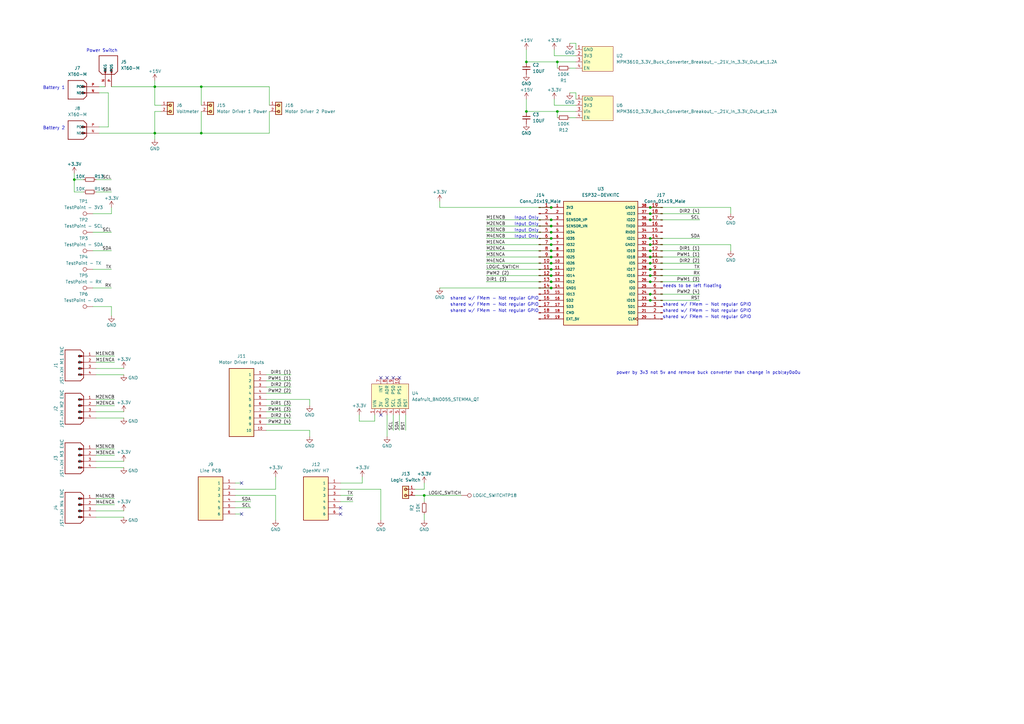
<source format=kicad_sch>
(kicad_sch (version 20211123) (generator eeschema)
  (paper "A3")
  (lib_symbols
    (symbol "5mm Pitch 2-Pin Screw Terminal Block:691137710002" (pin_names (offset 1.016))
      (property "Reference" "J" (at -4.88 -0.922 0))
      (property "Value" "691137710002" (at -4.83 -2.58 0))
      (symbol "691137710002_0_0"
        (rectangle (start -3.81 -2.54) (end 1.27 0) (stroke (width 0.254)) (fill (type background)))
        (circle (center -2.54 -1.27) (radius 0.508) (stroke (width 0.254)))
        (circle (center 0 -1.27) (radius 0.508) (stroke (width 0.254)))
        (polyline (pts (xy -2.54 -1.778) (xy -2.54 -2.54)) (stroke (width 0.254)))
        (polyline (pts (xy -2.286 -1.016) (xy -2.794 -1.524)) (stroke (width 0.1524)))
        (polyline (pts (xy 0 -1.778) (xy 0 -2.54)) (stroke (width 0.254)))
        (polyline (pts (xy 0.254 -1.016) (xy -0.254 -1.524)) (stroke (width 0.1524)))
        (pin passive line (at -2.54 -5.08 90) (length 2.54) (name "~") (number "1"))
        (pin passive line (at 0 -5.08 90) (length 2.54) (name "~") (number "2"))
      )
    )
    (symbol "Adafruit BNO055 STEMMA QT:Adafruit_BNO055_STEMMA_QT"
      (property "Reference" "U" (at -12.7 0 90))
      (property "Value" "Adafruit_BNO055_STEMMA_QT" (at -10.16 0 90))
      (symbol "Adafruit_BNO055_STEMMA_QT_0_1"
        (rectangle (start -7.62 5.08) (end 7.62 -5.08) (fill (type background)))
      )
      (symbol "Adafruit_BNO055_STEMMA_QT_1_1"
        (pin input line (at -6.35 -7.62 90) (length 2.54) (name "VIN") (number "1"))
        (pin input line (at 3.81 7.62 270) (length 2.54) (name "PS1") (number "10"))
        (pin input line (at -3.81 -7.62 90) (length 2.54) (name "3V") (number "2"))
        (pin input line (at -1.27 -7.62 90) (length 2.54) (name "GND") (number "3"))
        (pin input line (at 1.27 -7.62 90) (length 2.54) (name "SCL") (number "4"))
        (pin input line (at 3.81 -7.62 90) (length 2.54) (name "SDA") (number "5"))
        (pin input line (at 6.35 -7.62 90) (length 2.54) (name "RST") (number "6"))
        (pin input line (at -3.81 7.62 270) (length 2.54) (name "INT") (number "7"))
        (pin input line (at -1.27 7.62 270) (length 2.54) (name "ADR") (number "8"))
        (pin input line (at 1.27 7.62 270) (length 2.54) (name "PS0") (number "9"))
      )
    )
    (symbol "B4B-XH-A_LF__SN_:B4B-XH-A(LF)(SN)" (pin_names (offset 1.016))
      (property "Reference" "J" (at 0 8.89 0))
      (property "Value" "B4B-XH-A(LF)(SN)" (at 0 -7.62 0))
      (symbol "B4B-XH-A(LF)(SN)_0_0"
        (polyline (pts (xy 0 -3.81) (xy 1.27 -5.08)) (stroke (width 0.254)))
        (polyline (pts (xy 0 -2.54) (xy 1.905 -2.54)) (stroke (width 0.254)))
        (polyline (pts (xy 0 0) (xy 1.905 0)) (stroke (width 0.254)))
        (polyline (pts (xy 0 2.54) (xy 1.905 2.54)) (stroke (width 0.254)))
        (polyline (pts (xy 0 5.08) (xy 0 -3.81)) (stroke (width 0.254)))
        (polyline (pts (xy 0 5.08) (xy 1.905 5.08)) (stroke (width 0.254)))
        (polyline (pts (xy 0 6.35) (xy 0 5.08)) (stroke (width 0.254)))
        (polyline (pts (xy 0 6.35) (xy 1.27 7.62)) (stroke (width 0.254)))
        (polyline (pts (xy 1.27 -5.08) (xy 7.62 -5.08)) (stroke (width 0.254)))
        (polyline (pts (xy 7.62 -5.08) (xy 7.62 7.62)) (stroke (width 0.254)))
        (polyline (pts (xy 7.62 7.62) (xy 1.27 7.62)) (stroke (width 0.254)))
        (rectangle (start 0.635 -2.8575) (end 2.2225 -2.2225) (stroke (width 0.1)) (fill (type outline)))
        (rectangle (start 0.635 -0.3175) (end 2.2225 0.3175) (stroke (width 0.1)) (fill (type outline)))
        (rectangle (start 0.635 2.2225) (end 2.2225 2.8575) (stroke (width 0.1)) (fill (type outline)))
        (rectangle (start 0.635 4.7625) (end 2.2225 5.3975) (stroke (width 0.1)) (fill (type outline)))
        (pin passive line (at -5.08 5.08 0) (length 5.08) (name "1") (number "1"))
        (pin passive line (at -5.08 2.54 0) (length 5.08) (name "2") (number "2"))
        (pin passive line (at -5.08 0 0) (length 5.08) (name "3") (number "3"))
        (pin passive line (at -5.08 -2.54 0) (length 5.08) (name "4") (number "4"))
      )
    )
    (symbol "Box IDC header 2x3:2-1761679-1" (pin_names (offset 1.016))
      (property "Reference" "J" (at -5.58 10.16 0))
      (property "Value" "2-1761679-1" (at -5.08 -10.16 0))
      (symbol "2-1761679-1_0_0"
        (rectangle (start -5.08 -7.62) (end 5.08 10.16) (stroke (width 0.254)) (fill (type background)))
        (pin passive line (at -10.16 7.62 0) (length 5.08) (name "1") (number "1"))
        (pin passive line (at -10.16 5.08 0) (length 5.08) (name "2") (number "2"))
        (pin passive line (at -10.16 2.54 0) (length 5.08) (name "3") (number "3"))
        (pin passive line (at -10.16 0 0) (length 5.08) (name "4") (number "4"))
        (pin passive line (at -10.16 -2.54 0) (length 5.08) (name "5") (number "5"))
        (pin passive line (at -10.16 -5.08 0) (length 5.08) (name "6") (number "6"))
      )
    )
    (symbol "Box IDC header 2x5:2-1761603-3" (pin_names (offset 1.016))
      (property "Reference" "J" (at -5.58 15.24 0))
      (property "Value" "2-1761603-3" (at -5.08 -15.24 0))
      (symbol "2-1761603-3_0_0"
        (rectangle (start -5.08 -12.7) (end 5.08 15.24) (stroke (width 0.254)) (fill (type background)))
        (pin passive line (at -10.16 12.7 0) (length 5.08) (name "1") (number "1"))
        (pin passive line (at -10.16 -10.16 0) (length 5.08) (name "10") (number "10"))
        (pin passive line (at -10.16 10.16 0) (length 5.08) (name "2") (number "2"))
        (pin passive line (at -10.16 7.62 0) (length 5.08) (name "3") (number "3"))
        (pin passive line (at -10.16 5.08 0) (length 5.08) (name "4") (number "4"))
        (pin passive line (at -10.16 2.54 0) (length 5.08) (name "5") (number "5"))
        (pin passive line (at -10.16 0 0) (length 5.08) (name "6") (number "6"))
        (pin passive line (at -10.16 -2.54 0) (length 5.08) (name "7") (number "7"))
        (pin passive line (at -10.16 -5.08 0) (length 5.08) (name "8") (number "8"))
        (pin passive line (at -10.16 -7.62 0) (length 5.08) (name "9") (number "9"))
      )
    )
    (symbol "Connector:Conn_01x19_Male" (pin_names (offset 1.016) hide)
      (property "Reference" "J" (at 0 25.4 0))
      (property "Value" "Conn_01x19_Male" (at 0 -25.4 0))
      (symbol "Conn_01x19_Male_1_1"
        (polyline (pts (xy 1.27 -22.86) (xy 0.8636 -22.86)) (stroke (width 0.1524)))
        (polyline (pts (xy 1.27 -20.32) (xy 0.8636 -20.32)) (stroke (width 0.1524)))
        (polyline (pts (xy 1.27 -17.78) (xy 0.8636 -17.78)) (stroke (width 0.1524)))
        (polyline (pts (xy 1.27 -15.24) (xy 0.8636 -15.24)) (stroke (width 0.1524)))
        (polyline (pts (xy 1.27 -12.7) (xy 0.8636 -12.7)) (stroke (width 0.1524)))
        (polyline (pts (xy 1.27 -10.16) (xy 0.8636 -10.16)) (stroke (width 0.1524)))
        (polyline (pts (xy 1.27 -7.62) (xy 0.8636 -7.62)) (stroke (width 0.1524)))
        (polyline (pts (xy 1.27 -5.08) (xy 0.8636 -5.08)) (stroke (width 0.1524)))
        (polyline (pts (xy 1.27 -2.54) (xy 0.8636 -2.54)) (stroke (width 0.1524)))
        (polyline (pts (xy 1.27 0) (xy 0.8636 0)) (stroke (width 0.1524)))
        (polyline (pts (xy 1.27 2.54) (xy 0.8636 2.54)) (stroke (width 0.1524)))
        (polyline (pts (xy 1.27 5.08) (xy 0.8636 5.08)) (stroke (width 0.1524)))
        (polyline (pts (xy 1.27 7.62) (xy 0.8636 7.62)) (stroke (width 0.1524)))
        (polyline (pts (xy 1.27 10.16) (xy 0.8636 10.16)) (stroke (width 0.1524)))
        (polyline (pts (xy 1.27 12.7) (xy 0.8636 12.7)) (stroke (width 0.1524)))
        (polyline (pts (xy 1.27 15.24) (xy 0.8636 15.24)) (stroke (width 0.1524)))
        (polyline (pts (xy 1.27 17.78) (xy 0.8636 17.78)) (stroke (width 0.1524)))
        (polyline (pts (xy 1.27 20.32) (xy 0.8636 20.32)) (stroke (width 0.1524)))
        (polyline (pts (xy 1.27 22.86) (xy 0.8636 22.86)) (stroke (width 0.1524)))
        (rectangle (start 0.8636 -22.733) (end 0 -22.987) (stroke (width 0.1524)) (fill (type outline)))
        (rectangle (start 0.8636 -20.193) (end 0 -20.447) (stroke (width 0.1524)) (fill (type outline)))
        (rectangle (start 0.8636 -17.653) (end 0 -17.907) (stroke (width 0.1524)) (fill (type outline)))
        (rectangle (start 0.8636 -15.113) (end 0 -15.367) (stroke (width 0.1524)) (fill (type outline)))
        (rectangle (start 0.8636 -12.573) (end 0 -12.827) (stroke (width 0.1524)) (fill (type outline)))
        (rectangle (start 0.8636 -10.033) (end 0 -10.287) (stroke (width 0.1524)) (fill (type outline)))
        (rectangle (start 0.8636 -7.493) (end 0 -7.747) (stroke (width 0.1524)) (fill (type outline)))
        (rectangle (start 0.8636 -4.953) (end 0 -5.207) (stroke (width 0.1524)) (fill (type outline)))
        (rectangle (start 0.8636 -2.413) (end 0 -2.667) (stroke (width 0.1524)) (fill (type outline)))
        (rectangle (start 0.8636 0.127) (end 0 -0.127) (stroke (width 0.1524)) (fill (type outline)))
        (rectangle (start 0.8636 2.667) (end 0 2.413) (stroke (width 0.1524)) (fill (type outline)))
        (rectangle (start 0.8636 5.207) (end 0 4.953) (stroke (width 0.1524)) (fill (type outline)))
        (rectangle (start 0.8636 7.747) (end 0 7.493) (stroke (width 0.1524)) (fill (type outline)))
        (rectangle (start 0.8636 10.287) (end 0 10.033) (stroke (width 0.1524)) (fill (type outline)))
        (rectangle (start 0.8636 12.827) (end 0 12.573) (stroke (width 0.1524)) (fill (type outline)))
        (rectangle (start 0.8636 15.367) (end 0 15.113) (stroke (width 0.1524)) (fill (type outline)))
        (rectangle (start 0.8636 17.907) (end 0 17.653) (stroke (width 0.1524)) (fill (type outline)))
        (rectangle (start 0.8636 20.447) (end 0 20.193) (stroke (width 0.1524)) (fill (type outline)))
        (rectangle (start 0.8636 22.987) (end 0 22.733) (stroke (width 0.1524)) (fill (type outline)))
        (pin passive line (at 5.08 22.86 180) (length 3.81) (name "Pin_1") (number "1"))
        (pin passive line (at 5.08 0 180) (length 3.81) (name "Pin_10") (number "10"))
        (pin passive line (at 5.08 -2.54 180) (length 3.81) (name "Pin_11") (number "11"))
        (pin passive line (at 5.08 -5.08 180) (length 3.81) (name "Pin_12") (number "12"))
        (pin passive line (at 5.08 -7.62 180) (length 3.81) (name "Pin_13") (number "13"))
        (pin passive line (at 5.08 -10.16 180) (length 3.81) (name "Pin_14") (number "14"))
        (pin passive line (at 5.08 -12.7 180) (length 3.81) (name "Pin_15") (number "15"))
        (pin passive line (at 5.08 -15.24 180) (length 3.81) (name "Pin_16") (number "16"))
        (pin passive line (at 5.08 -17.78 180) (length 3.81) (name "Pin_17") (number "17"))
        (pin passive line (at 5.08 -20.32 180) (length 3.81) (name "Pin_18") (number "18"))
        (pin passive line (at 5.08 -22.86 180) (length 3.81) (name "Pin_19") (number "19"))
        (pin passive line (at 5.08 20.32 180) (length 3.81) (name "Pin_2") (number "2"))
        (pin passive line (at 5.08 17.78 180) (length 3.81) (name "Pin_3") (number "3"))
        (pin passive line (at 5.08 15.24 180) (length 3.81) (name "Pin_4") (number "4"))
        (pin passive line (at 5.08 12.7 180) (length 3.81) (name "Pin_5") (number "5"))
        (pin passive line (at 5.08 10.16 180) (length 3.81) (name "Pin_6") (number "6"))
        (pin passive line (at 5.08 7.62 180) (length 3.81) (name "Pin_7") (number "7"))
        (pin passive line (at 5.08 5.08 180) (length 3.81) (name "Pin_8") (number "8"))
        (pin passive line (at 5.08 2.54 180) (length 3.81) (name "Pin_9") (number "9"))
      )
    )
    (symbol "Connector:TestPoint" (pin_numbers hide) (pin_names (offset 0.762) hide)
      (property "Reference" "TP" (at 0 6.858 0))
      (property "Value" "TestPoint" (at 0 5.08 0))
      (symbol "TestPoint_0_1"
        (circle (center 0 3.302) (radius 0.762))
      )
      (symbol "TestPoint_1_1"
        (pin passive line (at 0 0 90) (length 2.54) (name "1") (number "1"))
      )
    )
    (symbol "Device:C_Small" (pin_numbers hide) (pin_names (offset 0.254) hide)
      (property "Reference" "C" (at 0.254 1.778 0))
      (property "Value" "C_Small" (at 0.254 -2.032 0))
      (symbol "C_Small_0_1"
        (polyline (pts (xy -1.524 -0.508) (xy 1.524 -0.508)) (stroke (width 0.3302)))
        (polyline (pts (xy -1.524 0.508) (xy 1.524 0.508)) (stroke (width 0.3048)))
      )
      (symbol "C_Small_1_1"
        (pin passive line (at 0 2.54 270) (length 2.032) (name "~") (number "1"))
        (pin passive line (at 0 -2.54 90) (length 2.032) (name "~") (number "2"))
      )
    )
    (symbol "Device:R_Small" (pin_numbers hide) (pin_names (offset 0.254) hide)
      (property "Reference" "R" (at 0.762 0.508 0))
      (property "Value" "R_Small" (at 0.762 -1.016 0))
      (symbol "R_Small_0_1"
        (rectangle (start -0.762 1.778) (end 0.762 -1.778) (stroke (width 0.2032)))
      )
      (symbol "R_Small_1_1"
        (pin passive line (at 0 2.54 270) (length 0.762) (name "~") (number "1"))
        (pin passive line (at 0 -2.54 90) (length 0.762) (name "~") (number "2"))
      )
    )
    (symbol "ESP32-DEVKITC:ESP32-DEVKITC" (pin_names (offset 1.016))
      (property "Reference" "U" (at -15.2572 26.0643 0))
      (property "Value" "ESP32-DEVKITC" (at -15.2563 -27.9698 0))
      (symbol "ESP32-DEVKITC_0_0"
        (rectangle (start -15.24 -25.4) (end 15.24 25.4) (stroke (width 0.254)) (fill (type background)))
        (pin power_in line (at -20.32 22.86 0) (length 5.08) (name "3V3") (number "1"))
        (pin bidirectional line (at -20.32 0 0) (length 5.08) (name "IO26") (number "10"))
        (pin bidirectional line (at -20.32 -2.54 0) (length 5.08) (name "IO27") (number "11"))
        (pin bidirectional line (at -20.32 -5.08 0) (length 5.08) (name "IO14") (number "12"))
        (pin bidirectional line (at -20.32 -7.62 0) (length 5.08) (name "IO12") (number "13"))
        (pin power_in line (at -20.32 -10.16 0) (length 5.08) (name "GND1") (number "14"))
        (pin bidirectional line (at -20.32 -12.7 0) (length 5.08) (name "IO13") (number "15"))
        (pin bidirectional line (at -20.32 -15.24 0) (length 5.08) (name "SD2") (number "16"))
        (pin bidirectional line (at -20.32 -17.78 0) (length 5.08) (name "SD3") (number "17"))
        (pin bidirectional line (at -20.32 -20.32 0) (length 5.08) (name "CMD") (number "18"))
        (pin power_in line (at -20.32 -22.86 0) (length 5.08) (name "EXT_5V") (number "19"))
        (pin input line (at -20.32 20.32 0) (length 5.08) (name "EN") (number "2"))
        (pin input clock (at 20.32 -22.86 180) (length 5.08) (name "CLK") (number "20"))
        (pin bidirectional line (at 20.32 -20.32 180) (length 5.08) (name "SD0") (number "21"))
        (pin bidirectional line (at 20.32 -17.78 180) (length 5.08) (name "SD1") (number "22"))
        (pin bidirectional line (at 20.32 -15.24 180) (length 5.08) (name "IO15") (number "23"))
        (pin bidirectional line (at 20.32 -12.7 180) (length 5.08) (name "IO2") (number "24"))
        (pin bidirectional line (at 20.32 -10.16 180) (length 5.08) (name "IO0") (number "25"))
        (pin bidirectional line (at 20.32 -7.62 180) (length 5.08) (name "IO4") (number "26"))
        (pin bidirectional line (at 20.32 -5.08 180) (length 5.08) (name "IO16") (number "27"))
        (pin bidirectional line (at 20.32 -2.54 180) (length 5.08) (name "IO17") (number "28"))
        (pin bidirectional line (at 20.32 0 180) (length 5.08) (name "IO5") (number "29"))
        (pin input line (at -20.32 17.78 0) (length 5.08) (name "SENSOR_VP") (number "3"))
        (pin bidirectional line (at 20.32 2.54 180) (length 5.08) (name "IO18") (number "30"))
        (pin bidirectional line (at 20.32 5.08 180) (length 5.08) (name "IO19") (number "31"))
        (pin power_in line (at 20.32 7.62 180) (length 5.08) (name "GND2") (number "32"))
        (pin bidirectional line (at 20.32 10.16 180) (length 5.08) (name "IO21") (number "33"))
        (pin input line (at 20.32 12.7 180) (length 5.08) (name "RXD0") (number "34"))
        (pin output line (at 20.32 15.24 180) (length 5.08) (name "TXD0") (number "35"))
        (pin bidirectional line (at 20.32 17.78 180) (length 5.08) (name "IO22") (number "36"))
        (pin bidirectional line (at 20.32 20.32 180) (length 5.08) (name "IO23") (number "37"))
        (pin power_in line (at 20.32 22.86 180) (length 5.08) (name "GND3") (number "38"))
        (pin input line (at -20.32 15.24 0) (length 5.08) (name "SENSOR_VN") (number "4"))
        (pin bidirectional line (at -20.32 12.7 0) (length 5.08) (name "IO34") (number "5"))
        (pin bidirectional line (at -20.32 10.16 0) (length 5.08) (name "IO35") (number "6"))
        (pin bidirectional line (at -20.32 7.62 0) (length 5.08) (name "IO32") (number "7"))
        (pin bidirectional line (at -20.32 5.08 0) (length 5.08) (name "IO33") (number "8"))
        (pin bidirectional line (at -20.32 2.54 0) (length 5.08) (name "IO25") (number "9"))
      )
    )
    (symbol "MPM3610_3.3V_Buck_Converter_Breakout_-_21V_In_3.3V_Out_at_1.2A_1"
      (property "Reference" "U" (at 0 7.62 0))
      (property "Value" "MPM3610_3.3V_Buck_Converter_Breakout_-_21V_In_3.3V_Out_at_1.2A_1" (at 0 5.08 0))
      (symbol "MPM3610_3.3V_Buck_Converter_Breakout_-_21V_In_3.3V_Out_at_1.2A_1_0_1"
        (rectangle (start -5.08 3.81) (end 5.08 -8.89) (fill (type background)))
      )
      (symbol "MPM3610_3.3V_Buck_Converter_Breakout_-_21V_In_3.3V_Out_at_1.2A_1_1_1"
        (pin output line (at -3.81 -11.43 90) (length 2.54) (name "GND") (number "1"))
        (pin output line (at -1.27 -11.43 90) (length 2.54) (name "3V3") (number "2"))
        (pin input line (at 1.27 -11.43 90) (length 2.54) (name "Vin") (number "3"))
        (pin input line (at 3.81 -11.43 90) (length 2.54) (name "EN") (number "4"))
      )
    )
    (symbol "XT60-M:XT60-M" (pin_names (offset 1.016))
      (property "Reference" "J" (at 0 6.35 0))
      (property "Value" "XT60-M" (at 0 -5.08 0))
      (symbol "XT60-M_0_0"
        (polyline (pts (xy 0 -1.27) (xy 1.27 -2.54)) (stroke (width 0.254)))
        (polyline (pts (xy 0 0) (xy 1.905 0)) (stroke (width 0.254)))
        (polyline (pts (xy 0 2.54) (xy 0 -1.27)) (stroke (width 0.254)))
        (polyline (pts (xy 0 2.54) (xy 1.905 2.54)) (stroke (width 0.254)))
        (polyline (pts (xy 0 3.81) (xy 0 2.54)) (stroke (width 0.254)))
        (polyline (pts (xy 0 3.81) (xy 1.27 5.08)) (stroke (width 0.254)))
        (polyline (pts (xy 1.27 -2.54) (xy 7.62 -2.54)) (stroke (width 0.254)))
        (polyline (pts (xy 7.62 -2.54) (xy 7.62 5.08)) (stroke (width 0.254)))
        (polyline (pts (xy 7.62 5.08) (xy 1.27 5.08)) (stroke (width 0.254)))
        (rectangle (start 0.635 -0.3175) (end 2.2225 0.3175) (stroke (width 0.1)) (fill (type outline)))
        (rectangle (start 0.635 2.2225) (end 2.2225 2.8575) (stroke (width 0.1)) (fill (type outline)))
        (pin passive line (at -5.08 0 0) (length 5.08) (name "NEG") (number "N"))
        (pin passive line (at -5.08 2.54 0) (length 5.08) (name "POS") (number "P"))
      )
    )
    (symbol "power:+15V" (power) (pin_names (offset 0))
      (property "Value" "+15V" (at 0 3.556 0))
      (symbol "+15V_0_1"
        (polyline (pts (xy -0.762 1.27) (xy 0 2.54)))
        (polyline (pts (xy 0 0) (xy 0 2.54)))
        (polyline (pts (xy 0 2.54) (xy 0.762 1.27)))
      )
      (symbol "+15V_1_1"
        (pin power_in line (at 0 0 90) (length 0) hide (name "+15V") (number "1"))
      )
    )
    (symbol "power:+3.3V" (power) (pin_names (offset 0))
      (property "Value" "+3.3V" (at 0 3.556 0))
      (symbol "+3.3V_0_1"
        (polyline (pts (xy -0.762 1.27) (xy 0 2.54)))
        (polyline (pts (xy 0 0) (xy 0 2.54)))
        (polyline (pts (xy 0 2.54) (xy 0.762 1.27)))
      )
      (symbol "+3.3V_1_1"
        (pin power_in line (at 0 0 90) (length 0) hide (name "+3.3V") (number "1"))
      )
    )
    (symbol "power:GND" (power) (pin_names (offset 0))
      (property "Value" "GND" (at 0 -3.81 0))
      (symbol "GND_0_1"
        (polyline (pts (xy 0 0) (xy 0 -1.27) (xy 1.27 -1.27) (xy 0 -2.54) (xy -1.27 -1.27) (xy 0 -1.27)))
      )
      (symbol "GND_1_1"
        (pin power_in line (at 0 0 270) (length 0) hide (name "GND") (number "1"))
      )
    )
  )
  (junction (at 173.99 203.2))
  (junction (at 266.7 110.49))
  (junction (at 226.06 105.41))
  (junction (at 82.55 35.56))
  (junction (at 226.06 113.03))
  (junction (at 226.06 85.09))
  (junction (at 226.06 107.95))
  (junction (at 226.06 92.71))
  (junction (at 226.06 115.57))
  (junction (at 226.06 110.49))
  (junction (at 226.06 90.17))
  (junction (at 266.7 85.09))
  (junction (at 226.06 118.11))
  (junction (at 226.06 102.87))
  (junction (at 226.06 97.79))
  (junction (at 266.7 102.87))
  (junction (at 266.7 90.17))
  (junction (at 82.55 54.61))
  (junction (at 266.7 120.65))
  (junction (at 63.5 54.61))
  (junction (at 228.6 45.72))
  (junction (at 266.7 87.63))
  (junction (at 266.7 100.33))
  (junction (at 63.5 35.56))
  (junction (at 30.48 73.66))
  (junction (at 215.9 45.72))
  (junction (at 226.06 100.33))
  (junction (at 215.9 25.4))
  (junction (at 266.7 123.19))
  (junction (at 266.7 105.41))
  (junction (at 266.7 107.95))
  (junction (at 228.6 25.4))
  (junction (at 266.7 115.57))
  (junction (at 226.06 95.25))
  (junction (at 266.7 97.79))
  (junction (at 266.7 113.03))
  (no_connect (at 99.06 210.82))
  (no_connect (at 158.75 154.94))
  (no_connect (at 139.7 210.82))
  (no_connect (at 163.83 154.94))
  (no_connect (at 156.21 154.94))
  (no_connect (at 161.29 154.94))
  (no_connect (at 139.7 208.28))
  (no_connect (at 99.06 198.12))
  (no_connect (at 156.21 170.18))
  (wire (pts (xy 226.06 115.57) (xy 199.39 115.57)))
  (wire (pts (xy 63.5 54.61) (xy 82.55 54.61)))
  (wire (pts (xy 299.72 100.33) (xy 299.72 102.87)))
  (wire (pts (xy 82.55 35.56) (xy 82.55 43.18)))
  (wire (pts (xy 109.22 171.45) (xy 119.38 171.45)))
  (wire (pts (xy 39.37 184.15) (xy 46.99 184.15)))
  (wire (pts (xy 236.22 25.4) (xy 228.6 25.4)))
  (wire (pts (xy 266.7 115.57) (xy 287.02 115.57)))
  (wire (pts (xy 39.37 166.37) (xy 46.99 166.37)))
  (wire (pts (xy 109.22 153.67) (xy 119.38 153.67)))
  (wire (pts (xy 266.7 85.09) (xy 299.72 85.09)))
  (wire (pts (xy 153.67 172.72) (xy 147.32 172.72)))
  (wire (pts (xy 180.34 85.09) (xy 226.06 85.09)))
  (wire (pts (xy 266.7 105.41) (xy 287.02 105.41)))
  (wire (pts (xy 96.52 205.74) (xy 102.87 205.74)))
  (wire (pts (xy 39.37 163.83) (xy 46.99 163.83)))
  (wire (pts (xy 199.39 107.95) (xy 226.06 107.95)))
  (wire (pts (xy 233.68 38.1) (xy 236.22 38.1)))
  (wire (pts (xy 63.5 43.18) (xy 66.04 43.18)))
  (wire (pts (xy 38.1 95.25) (xy 45.72 95.25)))
  (wire (pts (xy 148.59 195.58) (xy 148.59 198.12)))
  (wire (pts (xy 44.45 38.1) (xy 44.45 52.07)))
  (wire (pts (xy 63.5 33.02) (xy 63.5 35.56)))
  (wire (pts (xy 109.22 173.99) (xy 119.38 173.99)))
  (wire (pts (xy 30.48 71.12) (xy 30.48 73.66)))
  (wire (pts (xy 266.7 120.65) (xy 287.02 120.65)))
  (wire (pts (xy 161.29 176.53) (xy 161.29 170.18)))
  (wire (pts (xy 40.64 54.61) (xy 63.5 54.61)))
  (wire (pts (xy 170.18 200.66) (xy 173.99 200.66)))
  (wire (pts (xy 109.22 168.91) (xy 119.38 168.91)))
  (wire (pts (xy 156.21 213.36) (xy 156.21 200.66)))
  (wire (pts (xy 236.22 20.32) (xy 236.22 17.78)))
  (wire (pts (xy 39.37 73.66) (xy 45.72 73.66)))
  (wire (pts (xy 109.22 163.83) (xy 127 163.83)))
  (wire (pts (xy 228.6 25.4) (xy 228.6 27.94)))
  (wire (pts (xy 39.37 148.59) (xy 46.99 148.59)))
  (wire (pts (xy 38.1 102.87) (xy 45.72 102.87)))
  (wire (pts (xy 82.55 54.61) (xy 110.49 54.61)))
  (wire (pts (xy 96.52 200.66) (xy 113.03 200.66)))
  (wire (pts (xy 44.45 52.07) (xy 40.64 52.07)))
  (wire (pts (xy 266.7 107.95) (xy 287.02 107.95)))
  (wire (pts (xy 180.34 82.55) (xy 180.34 85.09)))
  (wire (pts (xy 40.64 35.56) (xy 43.18 35.56)))
  (wire (pts (xy 113.03 195.58) (xy 113.03 200.66)))
  (wire (pts (xy 39.37 212.09) (xy 50.8 212.09)))
  (wire (pts (xy 39.37 153.67) (xy 50.8 153.67)))
  (wire (pts (xy 199.39 90.17) (xy 226.06 90.17)))
  (wire (pts (xy 147.32 170.18) (xy 147.32 172.72)))
  (wire (pts (xy 38.1 125.73) (xy 45.72 125.73)))
  (wire (pts (xy 39.37 146.05) (xy 46.99 146.05)))
  (wire (pts (xy 163.83 176.53) (xy 163.83 170.18)))
  (wire (pts (xy 34.29 78.74) (xy 30.48 78.74)))
  (wire (pts (xy 109.22 161.29) (xy 119.38 161.29)))
  (wire (pts (xy 215.9 45.72) (xy 228.6 45.72)))
  (wire (pts (xy 39.37 189.23) (xy 50.8 189.23)))
  (wire (pts (xy 96.52 203.2) (xy 113.03 203.2)))
  (wire (pts (xy 39.37 204.47) (xy 46.99 204.47)))
  (wire (pts (xy 139.7 200.66) (xy 156.21 200.66)))
  (wire (pts (xy 110.49 35.56) (xy 110.49 43.18)))
  (wire (pts (xy 215.9 25.4) (xy 228.6 25.4)))
  (wire (pts (xy 139.7 205.74) (xy 144.78 205.74)))
  (wire (pts (xy 227.33 43.18) (xy 236.22 43.18)))
  (wire (pts (xy 227.33 20.32) (xy 227.33 22.86)))
  (wire (pts (xy 38.1 118.11) (xy 45.72 118.11)))
  (wire (pts (xy 266.7 102.87) (xy 287.02 102.87)))
  (wire (pts (xy 266.7 100.33) (xy 299.72 100.33)))
  (wire (pts (xy 109.22 166.37) (xy 119.38 166.37)))
  (wire (pts (xy 45.72 35.56) (xy 63.5 35.56)))
  (wire (pts (xy 63.5 57.15) (xy 63.5 54.61)))
  (wire (pts (xy 299.72 85.09) (xy 299.72 87.63)))
  (wire (pts (xy 63.5 45.72) (xy 66.04 45.72)))
  (wire (pts (xy 39.37 209.55) (xy 50.8 209.55)))
  (wire (pts (xy 199.39 97.79) (xy 226.06 97.79)))
  (wire (pts (xy 38.1 87.63) (xy 45.72 87.63)))
  (wire (pts (xy 39.37 78.74) (xy 45.72 78.74)))
  (wire (pts (xy 226.06 113.03) (xy 199.39 113.03)))
  (wire (pts (xy 233.68 48.26) (xy 236.22 48.26)))
  (wire (pts (xy 215.9 20.32) (xy 215.9 25.4)))
  (wire (pts (xy 82.55 35.56) (xy 110.49 35.56)))
  (wire (pts (xy 166.37 176.53) (xy 166.37 170.18)))
  (wire (pts (xy 127 179.07) (xy 127 176.53)))
  (wire (pts (xy 199.39 110.49) (xy 226.06 110.49)))
  (wire (pts (xy 215.9 40.64) (xy 215.9 45.72)))
  (wire (pts (xy 63.5 35.56) (xy 82.55 35.56)))
  (wire (pts (xy 34.29 73.66) (xy 30.48 73.66)))
  (wire (pts (xy 173.99 203.2) (xy 189.23 203.2)))
  (wire (pts (xy 227.33 22.86) (xy 236.22 22.86)))
  (wire (pts (xy 39.37 151.13) (xy 50.8 151.13)))
  (wire (pts (xy 82.55 54.61) (xy 82.55 45.72)))
  (wire (pts (xy 113.03 213.36) (xy 113.03 203.2)))
  (wire (pts (xy 39.37 191.77) (xy 50.8 191.77)))
  (wire (pts (xy 228.6 45.72) (xy 228.6 48.26)))
  (wire (pts (xy 45.72 87.63) (xy 45.72 85.09)))
  (wire (pts (xy 170.18 203.2) (xy 173.99 203.2)))
  (wire (pts (xy 38.1 110.49) (xy 45.72 110.49)))
  (wire (pts (xy 153.67 170.18) (xy 153.67 172.72)))
  (wire (pts (xy 266.7 90.17) (xy 287.02 90.17)))
  (wire (pts (xy 236.22 45.72) (xy 228.6 45.72)))
  (wire (pts (xy 30.48 78.74) (xy 30.48 73.66)))
  (wire (pts (xy 199.39 95.25) (xy 226.06 95.25)))
  (wire (pts (xy 63.5 45.72) (xy 63.5 54.61)))
  (wire (pts (xy 266.7 113.03) (xy 287.02 113.03)))
  (wire (pts (xy 109.22 156.21) (xy 119.38 156.21)))
  (wire (pts (xy 39.37 186.69) (xy 46.99 186.69)))
  (wire (pts (xy 139.7 203.2) (xy 144.78 203.2)))
  (wire (pts (xy 40.64 38.1) (xy 44.45 38.1)))
  (wire (pts (xy 227.33 40.64) (xy 227.33 43.18)))
  (wire (pts (xy 109.22 158.75) (xy 119.38 158.75)))
  (wire (pts (xy 127 176.53) (xy 109.22 176.53)))
  (wire (pts (xy 266.7 97.79) (xy 287.02 97.79)))
  (wire (pts (xy 139.7 198.12) (xy 148.59 198.12)))
  (wire (pts (xy 173.99 203.2) (xy 173.99 205.74)))
  (wire (pts (xy 158.75 170.18) (xy 158.75 179.07)))
  (wire (pts (xy 233.68 27.94) (xy 236.22 27.94)))
  (wire (pts (xy 226.06 92.71) (xy 199.39 92.71)))
  (wire (pts (xy 266.7 123.19) (xy 287.02 123.19)))
  (wire (pts (xy 199.39 100.33) (xy 226.06 100.33)))
  (wire (pts (xy 180.34 118.11) (xy 226.06 118.11)))
  (wire (pts (xy 173.99 210.82) (xy 173.99 213.36)))
  (wire (pts (xy 236.22 40.64) (xy 236.22 38.1)))
  (wire (pts (xy 96.52 208.28) (xy 102.87 208.28)))
  (wire (pts (xy 96.52 210.82) (xy 99.06 210.82)))
  (wire (pts (xy 266.7 87.63) (xy 287.02 87.63)))
  (wire (pts (xy 63.5 35.56) (xy 63.5 43.18)))
  (wire (pts (xy 173.99 200.66) (xy 173.99 198.12)))
  (wire (pts (xy 45.72 125.73) (xy 45.72 129.54)))
  (wire (pts (xy 266.7 110.49) (xy 287.02 110.49)))
  (wire (pts (xy 233.68 17.78) (xy 236.22 17.78)))
  (wire (pts (xy 39.37 207.01) (xy 46.99 207.01)))
  (wire (pts (xy 50.8 168.91) (xy 39.37 168.91)))
  (wire (pts (xy 127 163.83) (xy 127 166.37)))
  (wire (pts (xy 96.52 198.12) (xy 99.06 198.12)))
  (wire (pts (xy 199.39 102.87) (xy 226.06 102.87)))
  (wire (pts (xy 199.39 105.41) (xy 226.06 105.41)))
  (wire (pts (xy 110.49 45.72) (xy 110.49 54.61)))
  (wire (pts (xy 39.37 171.45) (xy 50.8 171.45)))
  (text "Input Only" (at 220.98 95.25 180) (effects (font (size 1.27 1.27)) (justify right bottom)))
  (text "Input Only" (at 220.98 92.71 180) (effects (font (size 1.27 1.27)) (justify right bottom)))
  (text "shared w/ FMem - Not regular GPIO" (at 220.98 125.73 180) (effects (font (size 1.27 1.27)) (justify right bottom)))
  (text "needs to be left floating" (at 271.78 118.11 0) (effects (font (size 1.27 1.27)) (justify left bottom)))
  (text "Input Only" (at 220.98 97.79 180) (effects (font (size 1.27 1.27)) (justify right bottom)))
  (text "Battery 1\n" (at 26.67 36.83 180) (effects (font (size 1.27 1.27)) (justify right bottom)))
  (text "shared w/ FMem - Not regular GPIO" (at 271.78 128.27 0) (effects (font (size 1.27 1.27)) (justify left bottom)))
  (text "shared w/ FMem - Not regular GPIO" (at 220.98 128.27 180) (effects (font (size 1.27 1.27)) (justify right bottom)))
  (text "Power Switch" (at 48.26 21.59 180) (effects (font (size 1.27 1.27)) (justify right bottom)))
  (text "power by 3v3 not 5v and remove buck converter than change in pcbl;ay0o0u" (at 252.73 153.67 0) (effects (font (size 1.27 1.27)) (justify left bottom)))
  (text "shared w/ FMem - Not regular GPIO" (at 271.78 130.81 0) (effects (font (size 1.27 1.27)) (justify left bottom)))
  (text "shared w/ FMem - Not regular GPIO" (at 271.78 125.73 0) (effects (font (size 1.27 1.27)) (justify left bottom)))
  (text "shared w/ FMem - Not regular GPIO" (at 220.98 123.19 180) (effects (font (size 1.27 1.27)) (justify right bottom)))
  (text "Battery 2\n" (at 26.67 53.34 180) (effects (font (size 1.27 1.27)) (justify right bottom)))
  (text "Input Only" (at 220.98 90.17 180) (effects (font (size 1.27 1.27)) (justify right bottom)))
  (label "M1ENCB" (at 199.39 90.17 0))
  (label "M1ENCB" (at 46.99 146.05 180))
  (label "SCL" (at 102.87 208.28 180))
  (label "M4ENCB" (at 199.39 97.79 0))
  (label "RST" (at 287.02 123.19 180))
  (label "DIR2 (4)" (at 287.02 87.63 180))
  (label "PWM2 (4)" (at 119.38 173.99 180))
  (label "M2ENCB" (at 46.99 163.83 180))
  (label "DIR2 (2)" (at 287.02 107.95 180))
  (label "PWM2 (4)" (at 287.02 120.65 180))
  (label "SCL" (at 287.02 90.17 180))
  (label "TX" (at 45.72 110.49 180))
  (label "PWM1 (1)" (at 119.38 156.21 180))
  (label "M3ENCA" (at 199.39 105.41 0))
  (label "LOGIC_SWTICH" (at 189.23 203.2 180))
  (label "SDA" (at 45.72 102.87 180))
  (label "RX" (at 144.78 205.74 180))
  (label "DIR2 (4)" (at 119.38 171.45 180))
  (label "M4ENCA" (at 199.39 107.95 0))
  (label "M4ENCB" (at 46.99 204.47 180))
  (label "TX" (at 287.02 110.49 180))
  (label "SCL" (at 161.29 176.53 90))
  (label "PWM1 (3)" (at 119.38 168.91 180))
  (label "M1ENCA" (at 46.99 148.59 180))
  (label "PWM1 (1)" (at 287.02 105.41 180))
  (label "DIR1 (1)" (at 119.38 153.67 180))
  (label "PWM2 (2)" (at 199.39 113.03 0))
  (label "M2ENCB" (at 199.39 92.71 0))
  (label "RX" (at 287.02 113.03 180))
  (label "M3ENCB" (at 199.39 95.25 0))
  (label "LOGIC_SWTICH" (at 199.39 110.49 0))
  (label "RX" (at 45.72 118.11 180))
  (label "SDA" (at 45.72 78.74 180))
  (label "SCL" (at 45.72 73.66 180))
  (label "DIR1 (3)" (at 199.39 115.57 0))
  (label "RST" (at 166.37 176.53 90))
  (label "SCL" (at 45.72 95.25 180))
  (label "M2ENCA" (at 199.39 102.87 0))
  (label "PWM2 (2)" (at 119.38 161.29 180))
  (label "M2ENCA" (at 46.99 166.37 180))
  (label "PWM1 (3)" (at 287.02 115.57 180))
  (label "DIR1 (1)" (at 287.02 102.87 180))
  (label "DIR2 (2)" (at 119.38 158.75 180))
  (label "DIR1 (3)" (at 119.38 166.37 180))
  (label "SDA" (at 163.83 176.53 90))
  (label "SDA" (at 287.02 97.79 180))
  (label "M1ENCA" (at 199.39 100.33 0))
  (label "TX" (at 144.78 203.2 180))
  (label "SDA" (at 102.87 205.74 180))
  (label "M3ENCB" (at 46.99 184.15 180))
  (label "M3ENCA" (at 46.99 186.69 180))
  (label "M4ENCA" (at 46.99 207.01 180))
  (symbol (lib_id "Connector:TestPoint") (at 189.23 203.2 270) (unit 1)
    (property "Reference" "TP18" (at 209.55 203.2 90))
    (property "Value" "LOGIC_SWITCH" (at 200.66 203.2 90))
    (property "Footprint" "TestPoint:TestPoint_THTPad_D2.0mm_Drill1.0mm" (effects hide))
  )
  (symbol (lib_id "Connector:TestPoint") (at 38.1 102.87 90) (unit 1)
    (property "Reference" "TP3" (at 34.29 97.79 90))
    (property "Value" "TestPoint - SDA" (at 34.29 100.33 90))
    (property "Footprint" "TestPoint:TestPoint_THTPad_D2.0mm_Drill1.0mm" (effects hide))
  )
  (symbol (lib_id "Box IDC header 2x3:2-1761679-1") (at 129.54 205.74 0) (mirror y) (unit 1)
    (property "Reference" "J12" (at 129.54 190.5 0))
    (property "Value" "OpenMV H7" (at 129.54 193.04 0))
    (property "Footprint" "Box IDC header 2x3:Box IDC header 2x3" (effects hide))
    (property "Comment" "2-1761679-1" (effects hide))
    (property "EU_RoHS_Compliance" "Compliant" (effects hide))
    (property "Product_Type" "Connector" (effects hide))
    (property "Centerline_Pitch" "2.54 mm[.1 in]" (effects hide))
    (property "Number_of_Positions" "6" (effects hide))
  )
  (symbol (lib_id "Device:R_Small") (at 36.83 73.66 270) (mirror x) (unit 1)
    (property "Reference" "R13" (at 40.64 72.39 90))
    (property "Value" "10K" (at 33.02 72.39 90))
    (property "Footprint" "Resistor_SMD:R_0805_2012Metric" (effects hide))
  )
  (symbol (lib_id "XT60-M:XT60-M") (at 43.18 30.48 270) (mirror x) (unit 1)
    (property "Reference" "J5" (at 49.53 25.3999 90) (effects (justify left)))
    (property "Value" "XT60-M" (at 49.53 27.9399 90) (effects (justify left)))
    (property "Footprint" "XT60-M:XT60-M" (effects hide))
    (property "PARTREV" "V1.2" (effects hide))
    (property "MANUFACTURER" "AMASS" (effects hide))
    (property "MAXIMUM_PACKAGE_HEIGHT" "16.00 mm" (effects hide))
    (property "STANDARD" "IPC 7351B" (effects hide))
  )
  (symbol (lib_id "power:GND") (at 50.8 212.09 0) (unit 1)
    (property "Reference" "#PWR0101" (effects hide))
    (property "Value" "GND" (at 54.61 213.36 0))
  )
  (symbol (lib_id "Connector:Conn_01x19_Male") (at 271.78 107.95 180) (unit 1)
    (property "Reference" "J17" (at 269.24 80.01 0) (effects (justify right)))
    (property "Value" "Conn_01x19_Male" (at 264.16 82.55 0) (effects (justify right)))
    (property "Footprint" "Connector_PinHeader_2.54mm:PinHeader_1x19_P2.54mm_Vertical" (effects hide))
  )
  (symbol (lib_id "5mm Pitch 2-Pin Screw Terminal Block:691137710002") (at 71.12 45.72 270) (unit 1)
    (property "Reference" "J6" (at 72.39 43.1799 90) (effects (justify left)))
    (property "Value" "Voltmeter" (at 72.39 45.7199 90) (effects (justify left)))
    (property "Footprint" "5mm Pitch 2-Pin Screw Terminal Block:5mm Pitch 2-Pin Screw Terminal Block" (effects hide))
    (property "WIRE" "12 to 30 (AWG) 3.31 to 0.05 (mm²)" (effects hide))
    (property "MOUNT" "THT" (effects hide))
    (property "IR-VDE" "24A" (effects hide))
    (property "IR-UL" "16A" (effects hide))
    (property "VALUE" "691137710002" (effects hide))
    (property "WORKING-VOLTAGE-UL" "300V(AC)" (effects hide))
    (property "PART-NUMBER" "691137710002" (effects hide))
    (property "DATASHEET-URL" "https://www.we-online.com/catalog/datasheet/691137710002.pdf" (effects hide))
    (property "PITCH" "5mm" (effects hide))
    (property "PINS" "2" (effects hide))
    (property "WORKING-VOLTAGE-VDE" "250V(AC)" (effects hide))
    (property "TYPE" "Horizontal" (effects hide))
  )
  (symbol (lib_id "Connector:TestPoint") (at 38.1 125.73 90) (unit 1)
    (property "Reference" "TP6" (at 34.29 120.65 90))
    (property "Value" "TestPoint - GND" (at 34.29 123.19 90))
    (property "Footprint" "TestPoint:TestPoint_THTPad_D2.0mm_Drill1.0mm" (effects hide))
  )
  (symbol (lib_id "power:+3.3V") (at 50.8 151.13 0) (mirror y) (unit 1)
    (property "Reference" "#PWR0115" (effects hide))
    (property "Value" "+3.3V" (at 50.8 147.32 0))
  )
  (symbol (lib_id "Adafruit BNO055 STEMMA QT:Adafruit_BNO055_STEMMA_QT") (at 160.02 162.56 0) (unit 1)
    (property "Reference" "U4" (at 168.91 161.2899 0) (effects (justify left)))
    (property "Value" "Adafruit_BNO055_STEMMA_QT" (at 168.91 163.8299 0) (effects (justify left)))
    (property "Footprint" "2.3 PCBs:Adafruit IMU BNO055" (effects hide))
  )
  (symbol (lib_id "power:GND") (at 173.99 213.36 0) (unit 1)
    (property "Reference" "#PWR0135" (effects hide))
    (property "Value" "GND" (at 173.99 217.17 0))
  )
  (symbol (lib_id "Connector:TestPoint") (at 38.1 95.25 90) (unit 1)
    (property "Reference" "TP2" (at 34.29 90.17 90))
    (property "Value" "TestPoint - SCL" (at 34.29 92.71 90))
    (property "Footprint" "TestPoint:TestPoint_THTPad_D2.0mm_Drill1.0mm" (effects hide))
  )
  (symbol (lib_id "power:GND") (at 215.9 30.48 0) (unit 1)
    (property "Reference" "#PWR0118" (effects hide))
    (property "Value" "GND" (at 215.9 34.29 0))
  )
  (symbol (lib_id "power:+3.3V") (at 50.8 168.91 0) (mirror y) (unit 1)
    (property "Reference" "#PWR0113" (effects hide))
    (property "Value" "+3.3V" (at 50.8 165.1 0))
  )
  (symbol (lib_id "5mm Pitch 2-Pin Screw Terminal Block:691137710002") (at 87.63 45.72 270) (unit 1)
    (property "Reference" "J15" (at 88.9 43.1799 90) (effects (justify left)))
    (property "Value" "Motor Driver 1 Power" (at 88.9 45.7199 90) (effects (justify left)))
    (property "Footprint" "5mm Pitch 2-Pin Screw Terminal Block:5mm Pitch 2-Pin Screw Terminal Block" (effects hide))
    (property "WIRE" "12 to 30 (AWG) 3.31 to 0.05 (mm²)" (effects hide))
    (property "MOUNT" "THT" (effects hide))
    (property "IR-VDE" "24A" (effects hide))
    (property "IR-UL" "16A" (effects hide))
    (property "VALUE" "691137710002" (effects hide))
    (property "WORKING-VOLTAGE-UL" "300V(AC)" (effects hide))
    (property "PART-NUMBER" "691137710002" (effects hide))
    (property "DATASHEET-URL" "https://www.we-online.com/catalog/datasheet/691137710002.pdf" (effects hide))
    (property "PITCH" "5mm" (effects hide))
    (property "PINS" "2" (effects hide))
    (property "WORKING-VOLTAGE-VDE" "250V(AC)" (effects hide))
    (property "TYPE" "Horizontal" (effects hide))
  )
  (symbol (lib_id "5mm Pitch 2-Pin Screw Terminal Block:691137710002") (at 115.57 45.72 270) (unit 1)
    (property "Reference" "J16" (at 116.84 43.1799 90) (effects (justify left)))
    (property "Value" "Motor Driver 2 Power" (at 116.84 45.7199 90) (effects (justify left)))
    (property "Footprint" "5mm Pitch 2-Pin Screw Terminal Block:5mm Pitch 2-Pin Screw Terminal Block" (effects hide))
    (property "WIRE" "12 to 30 (AWG) 3.31 to 0.05 (mm²)" (effects hide))
    (property "MOUNT" "THT" (effects hide))
    (property "IR-VDE" "24A" (effects hide))
    (property "IR-UL" "16A" (effects hide))
    (property "VALUE" "691137710002" (effects hide))
    (property "WORKING-VOLTAGE-UL" "300V(AC)" (effects hide))
    (property "PART-NUMBER" "691137710002" (effects hide))
    (property "DATASHEET-URL" "https://www.we-online.com/catalog/datasheet/691137710002.pdf" (effects hide))
    (property "PITCH" "5mm" (effects hide))
    (property "PINS" "2" (effects hide))
    (property "WORKING-VOLTAGE-VDE" "250V(AC)" (effects hide))
    (property "TYPE" "Horizontal" (effects hide))
  )
  (symbol (lib_id "power:GND") (at 127 179.07 0) (unit 1)
    (property "Reference" "#PWR0129" (effects hide))
    (property "Value" "GND" (at 127 182.88 0))
  )
  (symbol (lib_id "power:GND") (at 50.8 153.67 0) (unit 1)
    (property "Reference" "#PWR0127" (effects hide))
    (property "Value" "GND" (at 54.61 154.94 0))
  )
  (symbol (lib_id "power:GND") (at 299.72 87.63 0) (unit 1)
    (property "Reference" "#PWR0121" (effects hide))
    (property "Value" "GND" (at 299.72 91.44 0))
  )
  (symbol (lib_id "power:+3.3V") (at 45.72 85.09 0) (mirror y) (unit 1)
    (property "Reference" "#PWR0116" (effects hide))
    (property "Value" "+3.3V" (at 45.72 81.28 0))
  )
  (symbol (lib_id "power:+3.3V") (at 113.03 195.58 0) (unit 1)
    (property "Reference" "#PWR0108" (effects hide))
    (property "Value" "+3.3V" (at 113.03 191.77 0))
  )
  (symbol (lib_id "power:+15V") (at 215.9 20.32 0) (unit 1)
    (property "Reference" "#PWR0123" (effects hide))
    (property "Value" "+15V" (at 215.9 16.51 0))
  )
  (symbol (lib_id "power:+3.3V") (at 227.33 20.32 0) (unit 1)
    (property "Reference" "#PWR0124" (effects hide))
    (property "Value" "+3.3V" (at 227.33 16.51 0))
  )
  (symbol (lib_id "power:GND") (at 50.8 191.77 0) (unit 1)
    (property "Reference" "#PWR0102" (effects hide))
    (property "Value" "GND" (at 54.61 193.04 0))
  )
  (symbol (lib_id "XT60-M:XT60-M") (at 35.56 38.1 0) (mirror y) (unit 1)
    (property "Reference" "J7" (at 31.75 27.94 0))
    (property "Value" "XT60-M" (at 31.75 30.48 0))
    (property "Footprint" "XT60-M:XT60-M" (effects hide))
    (property "PARTREV" "V1.2" (effects hide))
    (property "MANUFACTURER" "AMASS" (effects hide))
    (property "MAXIMUM_PACKAGE_HEIGHT" "16.00 mm" (effects hide))
    (property "STANDARD" "IPC 7351B" (effects hide))
  )
  (symbol (lib_id "Box IDC header 2x3:2-1761679-1") (at 86.36 205.74 0) (mirror y) (unit 1)
    (property "Reference" "J9" (at 86.36 190.5 0))
    (property "Value" "Line PCB" (at 86.36 193.04 0))
    (property "Footprint" "Box IDC header 2x3:Box IDC header 2x3" (effects hide))
    (property "Comment" "2-1761679-1" (effects hide))
    (property "EU_RoHS_Compliance" "Compliant" (effects hide))
    (property "Product_Type" "Connector" (effects hide))
    (property "Centerline_Pitch" "2.54 mm[.1 in]" (effects hide))
    (property "Number_of_Positions" "6" (effects hide))
  )
  (symbol (lib_id "power:+3.3V") (at 50.8 189.23 0) (mirror y) (unit 1)
    (property "Reference" "#PWR0106" (effects hide))
    (property "Value" "+3.3V" (at 50.8 185.42 0))
  )
  (symbol (lib_id "Device:R_Small") (at 173.99 208.28 180) (unit 1)
    (property "Reference" "R2" (at 168.91 208.28 90))
    (property "Value" "10K" (at 171.45 208.28 90))
    (property "Footprint" "Resistor_SMD:R_0805_2012Metric" (effects hide))
  )
  (symbol (lib_id "power:+15V") (at 215.9 40.64 0) (unit 1)
    (property "Reference" "#PWR0141" (effects hide))
    (property "Value" "+15V" (at 215.9 36.83 0))
  )
  (symbol (lib_id "B4B-XH-A_LF__SN_:B4B-XH-A(LF)(SN)") (at 34.29 168.91 0) (mirror y) (unit 1)
    (property "Reference" "J2" (at 22.86 167.64 90))
    (property "Value" "JST-XH M2 ENC" (at 25.4 167.64 90))
    (property "Footprint" "JST_B4B-XH-A(LF)(SN)" (effects hide))
    (property "PARTREV" "N/A" (effects hide))
    (property "SNAPEDA_PN" "B4B-XH-A(LF)(SN)" (effects hide))
    (property "MANUFACTURER" "JST Sales America Inc." (effects hide))
    (property "MAXIMUM_PACKAGE_HEIGHT" "7 mm" (effects hide))
    (property "STANDARD" "Manufacturer Recommendations" (effects hide))
  )
  (symbol (lib_id "power:GND") (at 113.03 213.36 0) (unit 1)
    (property "Reference" "#PWR0112" (effects hide))
    (property "Value" "GND" (at 113.03 217.17 0))
  )
  (symbol (lib_id "5mm Pitch 2-Pin Screw Terminal Block:691137710002") (at 165.1 203.2 90) (mirror x) (unit 1)
    (property "Reference" "J13" (at 166.37 194.31 90))
    (property "Value" "Logic Switch" (at 166.37 196.85 90))
    (property "Footprint" "5mm Pitch 2-Pin Screw Terminal Block:5mm Pitch 2-Pin Screw Terminal Block" (effects hide))
    (property "WIRE" "12 to 30 (AWG) 3.31 to 0.05 (mm²)" (effects hide))
    (property "MOUNT" "THT" (effects hide))
    (property "IR-VDE" "24A" (effects hide))
    (property "IR-UL" "16A" (effects hide))
    (property "VALUE" "691137710002" (effects hide))
    (property "WORKING-VOLTAGE-UL" "300V(AC)" (effects hide))
    (property "PART-NUMBER" "691137710002" (effects hide))
    (property "DATASHEET-URL" "https://www.we-online.com/catalog/datasheet/691137710002.pdf" (effects hide))
    (property "PITCH" "5mm" (effects hide))
    (property "PINS" "2" (effects hide))
    (property "WORKING-VOLTAGE-VDE" "250V(AC)" (effects hide))
    (property "TYPE" "Horizontal" (effects hide))
  )
  (symbol (lib_id "power:+15V") (at 63.5 33.02 0) (unit 1)
    (property "Reference" "#PWR0130" (effects hide))
    (property "Value" "+15V" (at 63.5 29.21 0))
  )
  (symbol (lib_id "power:GND") (at 50.8 171.45 0) (unit 1)
    (property "Reference" "#PWR0126" (effects hide))
    (property "Value" "GND" (at 54.61 172.72 0))
  )
  (symbol (lib_id "Device:C_Small") (at 215.9 27.94 0) (unit 1)
    (property "Reference" "C2" (at 218.44 26.6762 0) (effects (justify left)))
    (property "Value" "10UF" (at 218.44 29.2162 0) (effects (justify left)))
    (property "Footprint" "Capacitor_SMD:C_0805_2012Metric" (effects hide))
  )
  (symbol (lib_id "Connector:TestPoint") (at 38.1 118.11 90) (unit 1)
    (property "Reference" "TP5" (at 34.29 113.03 90))
    (property "Value" "TestPoint - RX" (at 34.29 115.57 90))
    (property "Footprint" "TestPoint:TestPoint_THTPad_D2.0mm_Drill1.0mm" (effects hide))
  )
  (symbol (lib_name "MPM3610_3.3V_Buck_Converter_Breakout_-_21V_In_3.3V_Out_at_1.2A_1") (lib_id "New_Library:MPM3610_3.3V_Buck_Converter_Breakout_-_21V_In_3.3V_Out_at_1.2A") (at 247.65 44.45 270) (unit 1)
    (property "Reference" "U6" (at 252.73 43.1799 90) (effects (justify left)))
    (property "Value" "MPM3610_3.3V_Buck_Converter_Breakout_-_21V_In_3.3V_Out_at_1.2A" (at 252.73 45.7199 90) (effects (justify left)))
    (property "Footprint" "2.3 PCBs:MPM3610 3.3V Buck Converter Breakout - 21V In 3.3V Out at 1.2A" (effects hide))
  )
  (symbol (lib_id "power:+3.3V") (at 148.59 195.58 0) (unit 1)
    (property "Reference" "#PWR0109" (effects hide))
    (property "Value" "+3.3V" (at 148.59 191.77 0))
  )
  (symbol (lib_id "Device:R_Small") (at 36.83 78.74 270) (mirror x) (unit 1)
    (property "Reference" "R14" (at 40.64 77.47 90))
    (property "Value" "10K" (at 33.02 77.47 90))
    (property "Footprint" "Resistor_SMD:R_0805_2012Metric" (effects hide))
  )
  (symbol (lib_id "power:GND") (at 215.9 50.8 0) (unit 1)
    (property "Reference" "#PWR0143" (effects hide))
    (property "Value" "GND" (at 215.9 54.61 0))
  )
  (symbol (lib_id "power:GND") (at 233.68 17.78 0) (unit 1)
    (property "Reference" "#PWR0125" (effects hide))
    (property "Value" "GND" (at 233.68 21.59 0))
  )
  (symbol (lib_id "Device:C_Small") (at 215.9 48.26 0) (unit 1)
    (property "Reference" "C3" (at 218.44 46.9962 0) (effects (justify left)))
    (property "Value" "10UF" (at 218.44 49.5362 0) (effects (justify left)))
    (property "Footprint" "Capacitor_SMD:C_0805_2012Metric" (effects hide))
  )
  (symbol (lib_id "power:+3.3V") (at 173.99 198.12 0) (unit 1)
    (property "Reference" "#PWR0134" (effects hide))
    (property "Value" "+3.3V" (at 173.99 194.31 0))
  )
  (symbol (lib_name "MPM3610_3.3V_Buck_Converter_Breakout_-_21V_In_3.3V_Out_at_1.2A_1") (lib_id "New_Library:MPM3610_3.3V_Buck_Converter_Breakout_-_21V_In_3.3V_Out_at_1.2A") (at 247.65 24.13 270) (unit 1)
    (property "Reference" "U2" (at 252.73 22.8599 90) (effects (justify left)))
    (property "Value" "MPM3610_3.3V_Buck_Converter_Breakout_-_21V_In_3.3V_Out_at_1.2A" (at 252.73 25.3999 90) (effects (justify left)))
    (property "Footprint" "2.3 PCBs:MPM3610 3.3V Buck Converter Breakout - 21V In 3.3V Out at 1.2A" (effects hide))
  )
  (symbol (lib_id "power:GND") (at 156.21 213.36 0) (unit 1)
    (property "Reference" "#PWR0110" (effects hide))
    (property "Value" "GND" (at 156.21 217.17 0))
  )
  (symbol (lib_id "B4B-XH-A_LF__SN_:B4B-XH-A(LF)(SN)") (at 34.29 151.13 0) (mirror y) (unit 1)
    (property "Reference" "J1" (at 22.86 149.86 90))
    (property "Value" "JST-XH M1 ENC" (at 25.4 149.86 90))
    (property "Footprint" "JST_B4B-XH-A(LF)(SN)" (effects hide))
    (property "PARTREV" "N/A" (effects hide))
    (property "SNAPEDA_PN" "B4B-XH-A(LF)(SN)" (effects hide))
    (property "MANUFACTURER" "JST Sales America Inc." (effects hide))
    (property "MAXIMUM_PACKAGE_HEIGHT" "7 mm" (effects hide))
    (property "STANDARD" "Manufacturer Recommendations" (effects hide))
  )
  (symbol (lib_id "Box IDC header 2x5:2-1761603-3") (at 99.06 166.37 0) (mirror y) (unit 1)
    (property "Reference" "J11" (at 99.06 146.05 0))
    (property "Value" "Motor Driver Inputs" (at 99.06 148.59 0))
    (property "Footprint" "Box IDC header 2x5:Box IDC header 2x5" (effects hide))
    (property "Comment" "2-1761603-3" (effects hide))
    (property "EU_RoHS_Compliance" "Compliant" (effects hide))
    (property "Product_Type" "Connector" (effects hide))
    (property "Centerline_Pitch" "2.54 mm[.1 in]" (effects hide))
    (property "Number_of_Positions" "10" (effects hide))
  )
  (symbol (lib_id "power:+3.3V") (at 180.34 82.55 0) (mirror y) (unit 1)
    (property "Reference" "#PWR0104" (effects hide))
    (property "Value" "+3.3V" (at 180.34 78.74 0))
  )
  (symbol (lib_id "power:GND") (at 45.72 129.54 0) (unit 1)
    (property "Reference" "#PWR0132" (effects hide))
    (property "Value" "GND" (at 45.72 133.35 0))
  )
  (symbol (lib_id "ESP32-DEVKITC:ESP32-DEVKITC") (at 246.38 107.95 0) (unit 1)
    (property "Reference" "U3" (at 246.38 77.47 0))
    (property "Value" "ESP32-DEVKITC" (at 246.38 80.01 0))
    (property "Footprint" "MODULE_ESP32-DEVKITC" (effects hide))
    (property "STANDARD" "Manufacturer Recommendations" (effects hide))
    (property "PARTREV" "N/A" (effects hide))
    (property "MANUFACTURER" "ESPRESSIF" (effects hide))
  )
  (symbol (lib_id "power:+3.3V") (at 147.32 170.18 0) (mirror y) (unit 1)
    (property "Reference" "#PWR0107" (effects hide))
    (property "Value" "+3.3V" (at 147.32 166.37 0))
  )
  (symbol (lib_id "Connector:TestPoint") (at 38.1 87.63 90) (unit 1)
    (property "Reference" "TP1" (at 34.29 82.55 90))
    (property "Value" "TestPoint - 3V3" (at 34.29 85.09 90))
    (property "Footprint" "TestPoint:TestPoint_THTPad_D2.0mm_Drill1.0mm" (effects hide))
  )
  (symbol (lib_id "power:GND") (at 180.34 118.11 0) (unit 1)
    (property "Reference" "#PWR0119" (effects hide))
    (property "Value" "GND" (at 180.34 121.92 0))
  )
  (symbol (lib_id "power:+3.3V") (at 50.8 209.55 0) (mirror y) (unit 1)
    (property "Reference" "#PWR0114" (effects hide))
    (property "Value" "+3.3V" (at 50.8 205.74 0))
  )
  (symbol (lib_id "power:+3.3V") (at 227.33 40.64 0) (unit 1)
    (property "Reference" "#PWR0142" (effects hide))
    (property "Value" "+3.3V" (at 227.33 36.83 0))
  )
  (symbol (lib_id "B4B-XH-A_LF__SN_:B4B-XH-A(LF)(SN)") (at 34.29 209.55 0) (mirror y) (unit 1)
    (property "Reference" "J4" (at 22.86 208.28 90))
    (property "Value" "JST-XH M4 ENC" (at 25.4 208.28 90))
    (property "Footprint" "JST_B4B-XH-A(LF)(SN)" (effects hide))
    (property "PARTREV" "N/A" (effects hide))
    (property "SNAPEDA_PN" "B4B-XH-A(LF)(SN)" (effects hide))
    (property "MANUFACTURER" "JST Sales America Inc." (effects hide))
    (property "MAXIMUM_PACKAGE_HEIGHT" "7 mm" (effects hide))
    (property "STANDARD" "Manufacturer Recommendations" (effects hide))
  )
  (symbol (lib_id "power:GND") (at 127 166.37 0) (unit 1)
    (property "Reference" "#PWR0128" (effects hide))
    (property "Value" "GND" (at 127 170.18 0))
  )
  (symbol (lib_id "power:GND") (at 63.5 57.15 0) (unit 1)
    (property "Reference" "#PWR0131" (effects hide))
    (property "Value" "GND" (at 63.5 60.96 0))
  )
  (symbol (lib_id "power:+3.3V") (at 30.48 71.12 0) (unit 1)
    (property "Reference" "#PWR0144" (effects hide))
    (property "Value" "+3.3V" (at 30.48 67.31 0))
  )
  (symbol (lib_id "Connector:Conn_01x19_Male") (at 220.98 107.95 0) (unit 1)
    (property "Reference" "J14" (at 221.615 80.01 0))
    (property "Value" "Conn_01x19_Male" (at 221.615 82.55 0))
    (property "Footprint" "Connector_PinHeader_2.54mm:PinHeader_1x19_P2.54mm_Vertical" (effects hide))
  )
  (symbol (lib_id "Connector:TestPoint") (at 38.1 110.49 90) (unit 1)
    (property "Reference" "TP4" (at 34.29 105.41 90))
    (property "Value" "TestPoint - TX" (at 34.29 107.95 90))
    (property "Footprint" "TestPoint:TestPoint_THTPad_D2.0mm_Drill1.0mm" (effects hide))
  )
  (symbol (lib_id "power:GND") (at 233.68 38.1 0) (unit 1)
    (property "Reference" "#PWR0140" (effects hide))
    (property "Value" "GND" (at 233.68 41.91 0))
  )
  (symbol (lib_id "power:GND") (at 299.72 102.87 0) (unit 1)
    (property "Reference" "#PWR0103" (effects hide))
    (property "Value" "GND" (at 299.72 106.68 0))
  )
  (symbol (lib_id "power:GND") (at 158.75 179.07 0) (unit 1)
    (property "Reference" "#PWR0111" (effects hide))
    (property "Value" "GND" (at 158.75 182.88 0))
  )
  (symbol (lib_id "Device:R_Small") (at 231.14 48.26 270) (unit 1)
    (property "Reference" "R12" (at 231.14 53.34 90))
    (property "Value" "100K" (at 231.14 50.8 90))
    (property "Footprint" "Resistor_SMD:R_0805_2012Metric" (effects hide))
  )
  (symbol (lib_id "B4B-XH-A_LF__SN_:B4B-XH-A(LF)(SN)") (at 34.29 189.23 0) (mirror y) (unit 1)
    (property "Reference" "J3" (at 22.86 187.96 90))
    (property "Value" "JST-XH M3 ENC" (at 25.4 187.96 90))
    (property "Footprint" "JST_B4B-XH-A(LF)(SN)" (effects hide))
    (property "PARTREV" "N/A" (effects hide))
    (property "SNAPEDA_PN" "B4B-XH-A(LF)(SN)" (effects hide))
    (property "MANUFACTURER" "JST Sales America Inc." (effects hide))
    (property "MAXIMUM_PACKAGE_HEIGHT" "7 mm" (effects hide))
    (property "STANDARD" "Manufacturer Recommendations" (effects hide))
  )
  (symbol (lib_id "XT60-M:XT60-M") (at 35.56 54.61 0) (mirror y) (unit 1)
    (property "Reference" "J8" (at 31.75 44.45 0))
    (property "Value" "XT60-M" (at 31.75 46.99 0))
    (property "Footprint" "XT60-M:XT60-M" (effects hide))
    (property "PARTREV" "V1.2" (effects hide))
    (property "MANUFACTURER" "AMASS" (effects hide))
    (property "MAXIMUM_PACKAGE_HEIGHT" "16.00 mm" (effects hide))
    (property "STANDARD" "IPC 7351B" (effects hide))
  )
  (symbol (lib_id "Device:R_Small") (at 231.14 27.94 270) (unit 1)
    (property "Reference" "R1" (at 231.14 33.02 90))
    (property "Value" "100K" (at 231.14 30.48 90))
    (property "Footprint" "Resistor_SMD:R_0805_2012Metric" (effects hide))
  )
)
</source>
